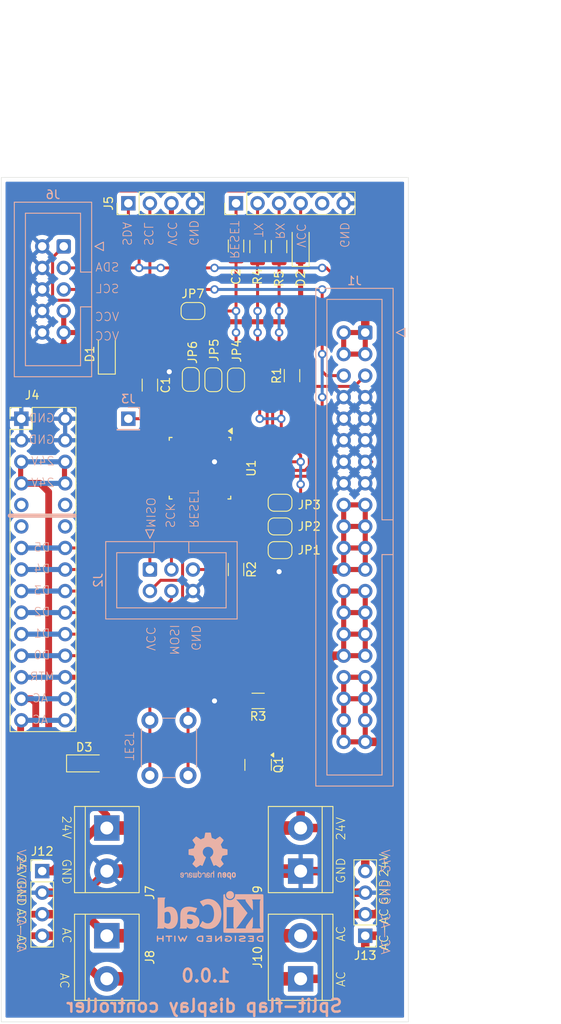
<source format=kicad_pcb>
(kicad_pcb (version 20240108) (generator "pcbnew") (generator_version "8.0")
  (title_block (title "Split-flap display controller") (date "2025-08-29") (rev "1.0.0"))
  (layers (0 "F.Cu" signal) (31 "B.Cu" signal) (34 "B.Paste" user) (35 "F.Paste" user) (36 "B.SilkS" user "B.Silkscreen") (37 "F.SilkS" user "F.Silkscreen") (38 "B.Mask" user) (39 "F.Mask" user) (44 "Edge.Cuts" user))
  (net 0 "")
  (net 1 "/RESET")
  (net 2 "VCC")
  (net 3 "24V")
  (net 4 "MOTOR_ON")
  (net 5 "VIN")
  (net 6 "GND")
  (net 7 "/RX")
  (net 8 "/TX")
  (net 9 "D4")
  (net 10 "D3")
  (net 11 "D5")
  (net 12 "Net-(J3-Pin_1)")
  (net 13 "SCL")
  (net 14 "RESET_EXT")
  (net 15 "SDA")
  (net 16 "D2")
  (net 17 "D1")
  (net 18 "AC_24V_B")
  (net 19 "D0")
  (net 20 "AC_24V_A")
  (net 21 "Net-(Q1-G)")
  (net 22 "/TXD")
  (net 23 "/RXD")
  (net 28 "/MISO")
  (net 29 "/MOSI")
  (net 30 "/SCK")
  (net 31 "/CFG0")
  (net 32 "/CFG1")
  (net 33 "/CFG2")
  (net 34 "/CFG3")
  (net 35 "/CFG4")
  (net 36 "/CFG5")
  (net 37 "/MOTOR")
  (net 38 "Net-(J11-Pin_1)")
  (net 39 "Net-(D2-A)")
  (footprint "TerminalBlock:TerminalBlock_bornier-2_P5.08mm" (layer "F.Cu") (at 152.4 139.7 90)
    (property "Reference" "J10")
    (property "Value" "AC_OUT")
  )
  (footprint "Resistor_SMD:R_1206_3216Metric_Pad1.30x1.75mm_HandSolder" (layer "F.Cu") (at 149.86 53.366 90)
    (property "Reference" "R5")
    (property "Value" "1K" (hide yes))
  )
  (footprint "Diode_SMD:D_SOD-123" (layer "F.Cu") (at 152.4 53.34 90)
    (property "Reference" "D2")
    (property "Value" "B5819W" (hide yes))
  )
  (footprint "TerminalBlock:TerminalBlock_bornier-2_P5.08mm" (layer "F.Cu") (at 129.54 121.92 -90)
    (property "Reference" "J7")
    (property "Value" "24V_IN")
  )
  (footprint "Diode_SMD:D_SOD-123" (layer "F.Cu") (at 129.54 66.04 90)
    (property "Reference" "D1")
    (property "Value" "B5819W")
  )
  (footprint "Jumper:SolderJumper-2_P1.3mm_Open_RoundedPad1.0x1.5mm" (layer "F.Cu") (at 144.78 69.088 90)
    (property "Reference" "JP4")
    (property "Value" "SolderJumper_2_Open" (hide yes))
  )
  (footprint "Connector_PinHeader_2.54mm:PinHeader_1x04_P2.54mm_Vertical" (layer "F.Cu") (at 121.92 127)
    (property "Reference" "J12")
    (property "Value" "PWR_IN")
  )
  (footprint "Capacitor_SMD:C_1206_3216Metric" (layer "F.Cu") (at 134.62 69.694 -90)
    (property "Reference" "C1")
    (property "Value" "100n")
  )
  (footprint "VictorLib:AEG_Split_Flap_15_PTH" (layer "F.Cu") (at 122.086 73.66)
    (property "Reference" "J4")
    (property "Value" "AEG_SPLIT_FLAP" (hide yes))
  )
  (footprint "Capacitor_SMD:C_1206_3216Metric" (layer "F.Cu") (at 144.78 53.291 90)
    (property "Reference" "C2")
    (property "Value" "100n" (hide yes))
  )
  (footprint "TerminalBlock:TerminalBlock_bornier-2_P5.08mm" (layer "F.Cu") (at 129.54 134.62 -90)
    (property "Reference" "J8")
    (property "Value" "AC_IN")
  )
  (footprint "Jumper:SolderJumper-2_P1.3mm_Open_RoundedPad1.0x1.5mm" (layer "F.Cu") (at 142.109054 69.066409 90)
    (property "Reference" "JP5")
    (property "Value" "SolderJumper_2_Open" (hide yes))
  )
  (footprint "Jumper:SolderJumper-2_P1.3mm_Open_RoundedPad1.0x1.5mm" (layer "F.Cu") (at 139.446 69.025 90)
    (property "Reference" "JP6")
    (property "Value" "SolderJumper_2_Open" (hide yes))
  )
  (footprint "Jumper:SolderJumper-2_P1.3mm_Open_RoundedPad1.0x1.5mm" (layer "F.Cu") (at 149.972 86.36)
    (property "Reference" "JP2")
    (property "Value" "SolderJumper_2_Open" (hide yes))
  )
  (footprint "Diode_SMD:D_SOD-123F" (layer "F.Cu") (at 127 114.3)
    (property "Reference" "D3")
    (property "Value" "SM4007PL")
  )
  (footprint "Package_QFP:TQFP-32_7x7mm_P0.8mm" (layer "F.Cu") (at 140.53 79.496 -90)
    (property "Reference" "U1")
    (property "Value" "ATMEGA328P-A")
  )
  (footprint "Jumper:SolderJumper-2_P1.3mm_Open_RoundedPad1.0x1.5mm" (layer "F.Cu") (at 149.972 89.154)
    (property "Reference" "JP1")
    (property "Value" "SolderJumper_2_Open" (hide yes))
  )
  (footprint "Resistor_SMD:R_1206_3216Metric_Pad1.30x1.75mm_HandSolder" (layer "F.Cu") (at 151.384 68.58 90)
    (property "Reference" "R1")
    (property "Value" "100K")
  )
  (footprint "Resistor_SMD:R_1206_3216Metric_Pad1.30x1.75mm_HandSolder" (layer "F.Cu") (at 147.386 106.934 180)
    (property "Reference" "R3")
    (property "Value" "10K")
  )
  (footprint "Jumper:SolderJumper-2_P1.3mm_Open_RoundedPad1.0x1.5mm" (layer "F.Cu") (at 149.972 83.566)
    (property "Reference" "JP3")
    (property "Value" "SolderJumper_2_Open" (hide yes))
  )
  (footprint "TerminalBlock:TerminalBlock_bornier-2_P5.08mm" (layer "F.Cu") (at 152.4 127 90)
    (property "Reference" "J9")
    (property "Value" "24V_OUT")
  )
  (footprint "Connector_PinHeader_2.54mm:PinHeader_1x04_P2.54mm_Vertical" (layer "F.Cu") (at 160.02 134.62 180)
    (property "Reference" "J13")
    (property "Value" "PWR_OUT")
  )
  (footprint "Resistor_SMD:R_1206_3216Metric_Pad1.30x1.75mm_HandSolder" (layer "F.Cu") (at 147.32 53.366 90)
    (property "Reference" "R4")
    (property "Value" "1K" (hide yes))
  )
  (footprint "Package_TO_SOT_SMD:SOT-23" (layer "F.Cu") (at 147.386 114.4755 -90)
    (property "Reference" "Q1")
    (property "Value" "AO3400A")
  )
  (footprint "Connector_PinHeader_2.54mm:PinHeader_1x06_P2.54mm_Vertical" (layer "F.Cu") (at 144.78 48.26 90)
    (property "Reference" "J11" (hide yes))
    (property "Value" "UART TTL")
  )
  (footprint "Resistor_SMD:R_1206_3216Metric_Pad1.30x1.75mm_HandSolder" (layer "F.Cu") (at 144.78 91.44 -90)
    (property "Reference" "R2")
    (property "Value" "1K")
  )
  (footprint "Connector_PinHeader_2.54mm:PinHeader_1x04_P2.54mm_Vertical" (layer "F.Cu") (at 132.08 48.26 90)
    (property "Reference" "J5")
    (property "Value" "I2C")
  )
  (footprint "Jumper:SolderJumper-2_P1.3mm_Open_RoundedPad1.0x1.5mm" (layer "F.Cu") (at 139.7 60.96)
    (property "Reference" "JP7")
    (property "Value" "SolderJumper_2_Open" (hide yes))
  )
  (footprint "Connector_IDC:IDC-Header_2x03_P2.54mm_Vertical" (layer "B.Cu") (at 134.62 91.44 -90)
    (property "Reference" "J2")
    (property "Value" "AVR-ISP-6" (hide yes))
  )
  (footprint "Connector_IDC:IDC-Header_2x20_P2.54mm_Vertical" (layer "B.Cu") (at 160.02 63.5 180)
    (property "Reference" "J1")
    (property "Value" "IDC-40" (hide yes))
  )
  (footprint "Connector_PinHeader_2.54mm:PinHeader_1x01_P2.54mm_Vertical" (layer "B.Cu") (at 132.08 73.66 180)
    (property "Reference" "J3")
    (property "Value" "OSC")
  )
  (footprint "Connector_IDC:IDC-Header_2x05_P2.54mm_Vertical" (layer "B.Cu") (at 124.46 53.34 180)
    (property "Reference" "J6")
    (property "Value" "I2C_IDC" (hide yes))
  )
  (footprint "Symbol:OSHW-Logo2_7.3x6mm_SilkScreen" (layer "B.Cu") (at 141.478 125.222 180)
    (property "Reference" "REF**" (hide yes))
    (property "Value" "OSHW-Logo2_7.3x6mm_SilkScreen" (hide yes))
  )
  (footprint "Symbol:KiCad-Logo2_5mm_SilkScreen" (layer "B.Cu") (at 141.732 132.334 180)
    (property "Reference" "REF**" (hide yes))
    (property "Value" "KiCad-Logo2_5mm_SilkScreen" (hide yes))
  )
  (footprint "Button_Switch_THT:SW_PUSH_6mm_H4.3mm" (layer "B.Cu") (at 139.12 115.72 90)
    (property "Reference" "SW1" (hide yes))
    (property "Value" "test")
  )
  (gr_line (start 118.11 85.09) (end 125.73 85.09) (stroke (width 0.5)) (layer "B.SilkS"))
  (gr_rect (start 117.094 45.212) (end 165.1 144.78) (stroke (width 0.05)) (fill none) (layer "Edge.Cuts"))
  (gr_text "MTR" (at 123.444 104.648 0) (layer "B.SilkS") (effects (font (size 1 1) (thickness 0.1)) (justify left bottom mirror)))
  (gr_text "RESET" (at 143.98 54.891 270) (layer "B.SilkS") (effects (font (size 1 1) (thickness 0.1)) (justify left bottom mirror)))
  (gr_text "24V" (at 123.444 79.248 0) (layer "B.SilkS") (effects (font (size 1 1) (thickness 0.1)) (justify left bottom mirror)))
  (gr_text "SCL" (at 131.064 58.928 0) (layer "B.SilkS") (effects (font (size 1 1) (thickness 0.1)) (justify left bottom mirror)))
  (gr_text "VCC" (at 134.112 101.092 270) (layer "B.SilkS") (effects (font (size 1 1) (thickness 0.1)) (justify left bottom mirror)))
  (gr_text "GND" (at 156.972 53.594 270) (layer "B.SilkS") (effects (font (size 1 1) (thickness 0.1)) (justify left bottom mirror)))
  (gr_text "24V" (at 123.444 81.788 0) (layer "B.SilkS") (effects (font (size 1 1) (thickness 0.1)) (justify left bottom mirror)))
  (gr_text "D2" (at 122.936 97.028 0) (layer "B.SilkS") (effects (font (size 1 1) (thickness 0.1)) (justify left bottom mirror)))
  (gr_text "D5" (at 122.936 89.408 0) (layer "B.SilkS") (effects (font (size 1 1) (thickness 0.1)) (justify left bottom mirror)))
  (gr_text "${REVISION}" (at 144.272 140.208 -0) (layer "B.SilkS") (effects (font (size 1.5 1.5) (thickness 0.3) (bold yes)) (justify left bottom mirror)))
  (gr_text "SCK" (at 136.398 86.614 270) (layer "B.SilkS") (effects (font (size 1 1) (thickness 0.1)) (justify left bottom mirror)))
  (gr_text "GND" (at 161.82 131.086 270) (layer "B.SilkS") (effects (font (size 1 1) (thickness 0.1)) (justify left bottom mirror)))
  (gr_text "AC-AC" (at 161.798 136.906 270) (layer "B.SilkS") (effects (font (size 1 1) (thickness 0.1)) (justify left bottom mirror)))
  (gr_text "AC" (at 122.682 107.188 0) (layer "B.SilkS") (effects (font (size 1 1) (thickness 0.1)) (justify left bottom mirror)))
  (gr_text "AC-AC" (at 118.872 136.652 270) (layer "B.SilkS") (effects (font (size 1 1) (thickness 0.1)) (justify left bottom mirror)))
  (gr_text "SDA" (at 131.318 53.34 270) (layer "B.SilkS") (effects (font (size 1 1) (thickness 0.1)) (justify left bottom mirror)))
  (gr_text "SCL" (at 133.858 53.34 270) (layer "B.SilkS") (effects (font (size 1 1) (thickness 0.1)) (justify left bottom mirror)))
  (gr_text "GND" (at 139.446 101.092 270) (layer "B.SilkS") (effects (font (size 1 1) (thickness 0.1)) (justify left bottom mirror)))
  (gr_text "D0\n" (at 122.936 102.108 0) (layer "B.SilkS") (effects (font (size 1 1) (thickness 0.1)) (justify left bottom mirror)))
  (gr_text "MOSI" (at 136.906 101.6 270) (layer "B.SilkS") (effects (font (size 1 1) (thickness 0.1)) (justify left bottom mirror)))
  (gr_text "VCC" (at 136.652 53.34 270) (layer "B.SilkS") (effects (font (size 1 1) (thickness 0.1)) (justify left bottom mirror)))
  (gr_text "D1" (at 122.936 99.568 0) (layer "B.SilkS") (effects (font (size 1 1) (thickness 0.1)) (justify left bottom mirror)))
  (gr_text "${TITLE}" (at 157.48 143.764 -0) (layer "B.SilkS") (effects (font (size 1.5 1.5) (thickness 0.3) (bold yes)) (justify left bottom mirror)))
  (gr_text "AC" (at 122.682 109.728 0) (layer "B.SilkS") (effects (font (size 1 1) (thickness 0.1)) (justify left bottom mirror)))
  (gr_text "24V" (at 118.872 127.254 270) (layer "B.SilkS") (effects (font (size 1 1) (thickness 0.1)) (justify left bottom mirror)))
  (gr_text "TEST" (at 131.572 114.046 -90) (layer "B.SilkS") (effects (font (size 1 1) (thickness 0.1)) (justify left bottom mirror)))
  (gr_text "D4" (at 122.936 91.948 0) (layer "B.SilkS") (effects (font (size 1 1) (thickness 0.1)) (justify left bottom mirror)))
  (gr_text "TX" (at 146.812 52.324 270) (layer "B.SilkS") (effects (font (size 1 1) (thickness 0.1)) (justify left bottom mirror)))
  (gr_text "GND" (at 123.444 76.708 0) (layer "B.SilkS") (effects (font (size 1 1) (thickness 0.1)) (justify left bottom mirror)))
  (gr_text "VCC" (at 151.85 53.562 270) (layer "B.SilkS") (effects (font (size 1 1) (thickness 0.1)) (justify left bottom mirror)))
  (gr_text "GND" (at 139.192 53.34 270) (layer "B.SilkS") (effects (font (size 1 1) (thickness 0.1)) (justify left bottom mirror)))
  (gr_text "24V" (at 161.798 127.254 270) (layer "B.SilkS") (effects (font (size 1 1) (thickness 0.1)) (justify left bottom mirror)))
  (gr_text "RX" (at 149.352 52.578 270) (layer "B.SilkS") (effects (font (size 1 1) (thickness 0.1)) (justify left bottom mirror)))
  (gr_text "VCC" (at 131.064 62.23 0) (layer "B.SilkS") (effects (font (size 1 1) (thickness 0.1)) (justify left bottom mirror)))
  (gr_text "RESET" (at 139.192 86.614 270) (layer "B.SilkS") (effects (font (size 1 1) (thickness 0.1)) (justify left bottom mirror)))
  (gr_text "SDA" (at 131.064 56.388 0) (layer "B.SilkS") (effects (font (size 1 1) (thickness 0.1)) (justify left bottom mirror)))
  (gr_text "D3" (at 122.936 94.488 0) (layer "B.SilkS") (effects (font (size 1 1) (thickness 0.1)) (justify left bottom mirror)))
  (gr_text "GND" (at 123.444 74.168 0) (layer "B.SilkS") (effects (font (size 1 1) (thickness 0.1)) (justify left bottom mirror)))
  (gr_text "MISO" (at 134.112 86.614 270) (layer "B.SilkS") (effects (font (size 1 1) (thickness 0.1)) (justify left bottom mirror)))
  (gr_text "VCC" (at 131.064 64.516 0) (layer "B.SilkS") (effects (font (size 1 1) (thickness 0.1)) (justify left bottom mirror)))
  (gr_text "GND" (at 118.872 130.81 270) (layer "B.SilkS") (effects (font (size 1 1) (thickness 0.1)) (justify left bottom mirror)))
  (gr_text "AC-AC" (at 162.814 136.398 90) (layer "F.SilkS") (effects (font (size 1 1) (thickness 0.1)) (justify left bottom)))
  (gr_text "GND" (at 157.734 128.524 90) (layer "F.SilkS") (effects (font (size 1 1) (thickness 0.1)) (justify left bottom)))
  (gr_text "AC" (at 157.734 135.382 90) (layer "F.SilkS") (effects (font (size 1 1) (thickness 0.1)) (justify left bottom)))
  (gr_text "GND" (at 124.206 125.476 270) (layer "F.SilkS") (effects (font (size 1 1) (thickness 0.1)) (justify left bottom)))
  (gr_text "AC-AC" (at 118.872 131.318 270) (layer "F.SilkS") (effects (font (size 1 1) (thickness 0.1)) (justify left bottom)))
  (gr_text "GND" (at 162.814 131.064 90) (layer "F.SilkS") (effects (font (size 1 1) (thickness 0.1)) (justify left bottom)))
  (gr_text "24V" (at 118.872 124.968 -90) (layer "F.SilkS") (effects (font (size 1 1) (thickness 0.1)) (justify left bottom)))
  (gr_text "AC" (at 124.206 133.604 270) (layer "F.SilkS") (effects (font (size 1 1) (thickness 0.1)) (justify left bottom)))
  (gr_text "AC" (at 157.734 140.716 90) (layer "F.SilkS") (effects (font (size 1 1) (thickness 0.1)) (justify left bottom)))
  (gr_text "24V" (at 162.814 127.762 90) (layer "F.SilkS") (effects (font (size 1 1) (thickness 0.1)) (justify left bottom)))
  (gr_text "24V" (at 124.206 120.396 -90) (layer "F.SilkS") (effects (font (size 1 1) (thickness 0.1)) (justify left bottom)))
  (gr_text "GND" (at 118.872 128.016 270) (layer "F.SilkS") (effects (font (size 1 1) (thickness 0.1)) (justify left bottom)))
  (gr_text "AC" (at 123.952 138.938 270) (layer "F.SilkS") (effects (font (size 1 1) (thickness 0.1)) (justify left bottom)))
  (gr_text "24V" (at 157.734 123.444 90) (layer "F.SilkS") (effects (font (size 1 1) (thickness 0.1)) (justify left bottom)))
  (segment (start 150.114 72.644) (end 151.384 71.374) (width 0.35) (layer "F.Cu") (net 1))
  (segment (start 150.114 73.66) (end 150.114 72.644) (width 0.35) (layer "F.Cu") (net 1))
  (segment (start 148.59 92.964) (end 151.384 92.964) (width 0.35) (layer "F.Cu") (net 1))
  (segment (start 144.78 54.766) (end 144.78 60.96) (width 0.35) (layer "F.Cu") (net 1))
  (segment (start 140.35 60.96) (end 144.78 60.96) (width 0.35) (layer "F.Cu") (net 1))
  (segment (start 144.78 63.5) (end 144.78 65.278) (width 0.35) (layer "F.Cu") (net 1))
  (segment (start 149.25 79.096) (end 144.894 79.096) (width 0.35) (layer "F.Cu") (net 1))
  (segment (start 150.114 75.692) (end 152.4 77.978) (width 0.35) (layer "F.Cu") (net 1))
  (segment (start 151.384 92.964) (end 152.4 91.948) (width 0.35) (layer "F.Cu") (net 1))
  (segment (start 150.114 73.66) (end 150.114 75.692) (width 0.35) (layer "F.Cu") (net 1))
  (segment (start 147.574 68.072) (end 147.574 73.66) (width 0.35) (layer "F.Cu") (net 1))
  (segment (start 147.066 91.44) (end 148.59 92.964) (width 0.35) (layer "F.Cu") (net 1))
  (segment (start 144.78 65.278) (end 147.574 68.072) (width 0.35) (layer "F.Cu") (net 1))
  (segment (start 149.606 78.74) (end 149.25 79.096) (width 0.35) (layer "F.Cu") (net 1))
  (segment (start 152.4 91.948) (end 152.4 81.393) (width 0.35) (layer "F.Cu") (net 1))
  (segment (start 139.7 91.44) (end 147.066 91.44) (width 0.35) (layer "F.Cu") (net 1))
  (segment (start 152.4 77.978) (end 152.4 78.74) (width 0.35) (layer "F.Cu") (net 1))
  (segment (start 152.4 78.74) (end 149.606 78.74) (width 0.35) (layer "F.Cu") (net 1))
  (segment (start 151.384 71.374) (end 151.384 70.13) (width 0.35) (layer "F.Cu") (net 1))
  (via (at 150.114 73.66) (size 1) (drill 0.6) (layers "F.Cu" "B.Cu") (net 1))
  (via (at 144.78 63.5) (size 1) (drill 0.6) (layers "F.Cu" "B.Cu") (net 1))
  (via (at 147.574 73.66) (size 1) (drill 0.6) (layers "F.Cu" "B.Cu") (net 1))
  (via (at 144.78 60.96) (size 1) (drill 0.6) (layers "F.Cu" "B.Cu") (net 1))
  (via (at 152.4 78.74) (size 1) (drill 0.6) (layers "F.Cu" "B.Cu") (net 1))
  (via (at 152.4 81.393) (size 1) (drill 0.6) (layers "F.Cu" "B.Cu") (net 1))
  (segment (start 147.574 73.66) (end 150.114 73.66) (width 0.35) (layer "B.Cu") (net 1))
  (segment (start 152.4 78.74) (end 152.4 81.393) (width 0.35) (layer "B.Cu") (net 1))
  (segment (start 144.78 60.96) (end 144.78 63.5) (width 0.35) (layer "B.Cu") (net 1))
  (segment (start 139.37 73.66) (end 140.5255 73.66) (width 0.6) (layer "F.Cu") (net 2))
  (segment (start 140.97 74.1045) (end 140.97 75.32) (width 0.35) (layer "F.Cu") (net 2))
  (segment (start 151.384 62.23) (end 144.018 62.23) (width 0.6) (layer "F.Cu") (net 2))
  (segment (start 132.08 65.532) (end 132.08 71.169) (width 0.6) (layer "F.Cu") (net 2))
  (segment (start 134.62 105.156) (end 138.475294 101.300706) (width 0.35) (layer "F.Cu") (net 2))
  (segment (start 152.4 54.102) (end 152.4 61.214) (width 0.6) (layer "F.Cu") (net 2))
  (segment (start 138.475294 101.300706) (end 138.475294 92.156706) (width 0.35) (layer "F.Cu") (net 2))
  (segment (start 134.62 93.98) (end 135.89 92.71) (width 0.35) (layer "F.Cu") (net 2))
  (segment (start 138.53 81.828) (end 139.37 80.988) (width 0.35) (layer "F.Cu") (net 2))
  (segment (start 151.638 53.34) (end 152.4 54.102) (width 0.6) (layer "F.Cu") (net 2))
  (segment (start 139.37 80.988) (end 139.37 73.66) (width 0.35) (layer "F.Cu") (net 2))
  (segment (start 138.475294 83.800706) (end 138.53 83.746) (width 0.35) (layer "F.Cu") (net 2))
  (segment (start 138.475294 92.156706) (end 138.475294 83.800706) (width 0.35) (layer "F.Cu") (net 2))
  (segment (start 134.62 115.72) (end 134.62 105.156) (width 0.35) (layer "F.Cu") (net 2))
  (segment (start 133.604 64.008) (end 132.08 65.532) (width 0.6) (layer "F.Cu") (net 2))
  (segment (start 138.53 83.746) (end 138.53 81.828) (width 0.35) (layer "F.Cu") (net 2))
  (segment (start 135.89 92.71) (end 138.475294 92.71) (width 0.35) (layer "F.Cu") (net 2))
  (segment (start 136.906 71.12) (end 139.37 73.584) (width 0.6) (layer "F.Cu") (net 2))
  (segment (start 152.4 61.214) (end 151.384 62.23) (width 0.6) (layer "F.Cu") (net 2))
  (segment (start 137.16 48.26) (end 137.16 52.578) (width 0.6) (layer "F.Cu") (net 2))
  (segment (start 134.62 71.12) (end 136.906 71.12) (width 0.6) (layer "F.Cu") (net 2))
  (segment (start 140.5255 73.66) (end 140.97 74.1045) (width 0.35) (layer "F.Cu") (net 2))
  (segment (start 130.605 71.169) (end 129.54 70.104) (width 0.6) (layer "F.Cu") (net 2))
  (segment (start 142.24 64.008) (end 133.604 64.008) (width 0.6) (layer "F.Cu") (net 2))
  (segment (start 151.384 67.03) (end 151.384 62.23) (width 0.35) (layer "F.Cu") (net 2))
  (segment (start 137.922 53.34) (end 151.638 53.34) (width 0.6) (layer "F.Cu") (net 2))
  (segment (start 129.54 70.104) (end 129.54 67.69) (width 0.6) (layer "F.Cu") (net 2))
  (segment (start 137.16 52.578) (end 137.922 53.34) (width 0.6) (layer "F.Cu") (net 2))
  (segment (start 134.62 71.169) (end 130.605 71.169) (width 0.6) (layer "F.Cu") (net 2))
  (segment (start 144.018 62.23) (end 142.24 64.008) (width 0.6) (layer "F.Cu") (net 2))
  (segment (start 139.37 73.584) (end 139.37 73.66) (width 0.6) (layer "F.Cu") (net 2))
  (segment (start 121.92 127) (end 123.19 127) (width 1) (layer "F.Cu") (net 3))
  (segment (start 128.27 121.92) (end 129.54 121.92) (width 1) (layer "F.Cu") (net 3))
  (segment (start 122.682 117.348) (end 123.698 118.364) (width 0.8) (layer "F.Cu") (net 3))
  (segment (start 160.02 91.44) (end 160.02 83.82) (width 0.6) (layer "F.Cu") (net 3))
  (segment (start 122.682 114.554) (end 122.682 117.348) (width 0.8) (layer "F.Cu") (net 3))
  (segment (start 121.666 81.28) (end 119.38 81.28) (width 0.8) (layer "F.Cu") (net 3))
  (segment (start 157.48 83.82) (end 157.48 91.44) (width 0.6) (layer "F.Cu") (net 3))
  (segment (start 157.48 83.82) (end 160.02 83.82) (width 0.6) (layer "F.Cu") (net 3))
  (segment (start 157.48 91.44) (end 155.956 91.44) (width 1) (layer "F.Cu") (net 3))
  (segment (start 157.734 86.36) (end 160.274 86.36) (width 0.6) (layer "F.Cu") (net 3))
  (segment (start 157.48 91.44) (end 160.02 91.44) (width 0.6) (layer "F.Cu") (net 3))
  (segment (start 152.4 94.996) (end 152.4 121.92) (width 1) (layer "F.Cu") (net 3))
  (segment (start 156.972 121.92) (end 160.02 124.968) (width 1) (layer "F.Cu") (net 3))
  (segment (start 123.698 118.364) (end 127.508 118.364) (width 0.8) (layer "F.Cu") (net 3))
  (segment (start 152.4 121.92) (end 156.972 121.92) (width 1) (layer "F.Cu") (net 3))
  (segment (start 123.19 127) (end 128.27 121.92) (width 1) (layer "F.Cu") (net 3))
  (segment (start 157.48 88.9) (end 160.02 88.9) (width 0.6) (layer "F.Cu") (net 3))
  (segment (start 122.682 114.554) (end 122.936 114.3) (width 0.6) (layer "F.Cu") (net 3))
  (segment (start 122.682 82.296) (end 121.666 81.28) (width 0.8) (layer "F.Cu") (net 3))
  (segment (start 122.936 114.3) (end 125.35 114.3) (width 0.5) (layer "F.Cu") (net 3))
  (segment (start 155.956 91.44) (end 152.4 94.996) (width 1) (layer "F.Cu") (net 3))
  (segment (start 152.4 121.92) (end 152.146 121.666) (width 1) (layer "F.Cu") (net 3))
  (segment (start 127.508 118.364) (end 129.54 120.396) (width 0.8) (layer "F.Cu") (net 3))
  (segment (start 129.54 120.396) (end 129.54 121.92) (width 0.8) (layer "F.Cu") (net 3))
  (segment (start 160.02 124.968) (end 160.02 127) (width 1) (layer "F.Cu") (net 3))
  (segment (start 119.38 78.74) (end 119.38 81.28) (width 0.6) (layer "F.Cu") (net 3))
  (segment (start 152.4 121.92) (end 129.54 121.92) (width 1.6) (layer "F.Cu") (net 3))
  (segment (start 122.682 114.554) (end 122.682 82.296) (width 0.8) (layer "F.Cu") (net 3))
  (segment (start 124.548 78.74) (end 124.548 81.28) (width 0.6) (layer "F.Cu") (net 3))
  (segment (start 119.38 78.74) (end 124.548 78.74) (width 0.6) (layer "B.Cu") (net 3))
  (segment (start 124.548 81.28) (end 119.38 81.28) (width 0.6) (layer "B.Cu") (net 3))
  (segment (start 128.65 114.3) (end 130.556 114.3) (width 0.5) (layer "F.Cu") (net 4))
  (segment (start 147.386 118.044) (end 146.304 119.126) (width 0.6) (layer "F.Cu") (net 4))
  (segment (start 129.54 104.14) (end 126.746 104.14) (width 0.6) (layer "F.Cu") (net 4))
  (segment (start 133.096 119.126) (end 130.556 116.586) (width 0.6) (layer "F.Cu") (net 4))
  (segment (start 147.386 115.413) (end 147.386 118.044) (width 0.6) (layer "F.Cu") (net 4))
  (segment (start 146.304 119.126) (end 133.096 119.126) (width 0.6) (layer "F.Cu") (net 4))
  (segment (start 124.548 104.14) (end 126.746 104.14) (width 0.6) (layer "F.Cu") (net 4))
  (segment (start 130.556 105.156) (end 129.54 104.14) (width 0.6) (layer "F.Cu") (net 4))
  (segment (start 130.556 116.586) (end 130.556 114.3) (width 0.6) (layer "F.Cu") (net 4))
  (segment (start 130.556 114.3) (end 130.556 105.156) (width 0.6) (layer "F.Cu") (net 4))
  (segment (start 119.38 104.14) (end 124.548 104.14) (width 0.6) (layer "B.Cu") (net 4))
  (segment (start 160.02 63.5) (end 160.02 66.04) (width 0.6) (layer "F.Cu") (net 5))
  (segment (start 120.142 65.786) (end 123.698 65.786) (width 1) (layer "F.Cu") (net 5))
  (segment (start 157.48 63.5) (end 160.02 63.5) (width 0.6) (layer "F.Cu") (net 5))
  (segment (start 129.54 64.39) (end 129.54 64.008) (width 0.6) (layer "F.Cu") (net 5))
  (segment (start 123.698 65.786) (end 124.46 65.024) (width 1) (layer "F.Cu") (net 5))
  (segment (start 157.48 66.04) (end 160.02 66.04) (width 0.6) (layer "F.Cu") (net 5))
  (segment (start 160.02 63.5) (end 160.02 47.752) (width 1) (layer "F.Cu") (net 5))
  (segment (start 157.48 63.5) (end 157.48 66.04) (width 0.6) (layer "F.Cu") (net 5))
  (segment (start 129.54 64.008) (end 129.032 63.5) (width 0.6) (layer "F.Cu") (net 5))
  (segment (start 129.032 63.5) (end 124.46 63.5) (width 0.6) (layer "F.Cu") (net 5))
  (segment (start 124.46 63.5) (end 124.46 65.024) (width 0.6) (layer "F.Cu") (net 5))
  (segment (start 160.02 47.752) (end 158.75 46.482) (width 1) (layer "F.Cu") (net 5))
  (segment (start 125.222 46.482) (end 119.38 52.324) (width 1) (layer "F.Cu") (net 5))
  (segment (start 158.75 46.482) (end 125.222 46.482) (width 1) (layer "F.Cu") (net 5))
  (segment (start 124.46 63.5) (end 124.46 60.96) (width 0.6) (layer "F.Cu") (net 5))
  (segment (start 119.38 52.324) (end 119.38 65.024) (width 1) (layer "F.Cu") (net 5))
  (segment (start 119.38 65.024) (end 120.142 65.786) (width 1) (layer "F.Cu") (net 5))
  (segment (start 160.274 79.248) (end 159.766 79.248) (width 0.35) (layer "F.Cu") (net 6))
  (segment (start 152.4 127) (end 154.559 127) (width 1) (layer "F.Cu") (net 6))
  (segment (start 140.97 83.82) (end 140.97 82.042) (width 0.35) (layer "F.Cu") (net 6))
  (segment (start 146.436 111.892) (end 145.836 111.292) (width 0.6) (layer "F.Cu") (net 6))
  (segment (start 142.24 78.74) (end 142.24 77.724) (width 0.35) (layer "F.Cu") (net 6))
  (segment (start 145.836 106.934) (end 142.24 106.934) (width 0.6) (layer "F.Cu") (net 6))
  (segment (start 138.684 66.548) (end 139.7 66.548) (width 0.35) (layer "F.Cu") (net 6))
  (segment (start 141.986 66.548) (end 144.272 66.548) (width 0.35) (layer "F.Cu") (net 6))
  (segment (start 146.436 113.538) (end 146.436 111.892) (width 0.6) (layer "F.Cu") (net 6))
  (segment (start 137.013 68.219) (end 138.684 66.548) (width 0.35) (layer "F.Cu") (net 6))
  (segment (start 142.109054 66.671054) (end 141.986 66.548) (width 0.35) (layer "F.Cu") (net 6))
  (segment (start 150.398 91.156) (end 149.86 91.694) (width 0.35) (layer "F.Cu") (net 6))
  (segment (start 144.272 66.548) (end 144.95257 67.22857) (width 0.35) (layer "F.Cu") (net 6))
  (segment (start 144.95257 67.22857) (end 144.95257 68.30733) (width 0.35) (layer "F.Cu") (net 6))
  (segment (start 142.109054 68.416409) (end 142.109054 66.671054) (width 0.35) (layer "F.Cu") (net 6))
  (segment (start 157.099 129.54) (end 160.02 129.54) (width 1) (layer "F.Cu") (net 6))
  (segment (start 160.274 79.248) (end 160.782 78.74) (width 0.35) (layer "F.Cu") (net 6))
  (segment (start 150.398 83.82) (end 150.398 91.156) (width 0.35) (layer "F.Cu") (net 6))
  (segment (start 154.559 127) (end 157.099 129.54) (width 1) (layer "F.Cu") (net 6))
  (segment (start 139.7 66.548) (end 141.986 66.548) (width 0.35) (layer "F.Cu") (net 6))
  (segment (start 139.446 68.375) (end 139.446 66.802) (width 0.35) (layer "F.Cu") (net 6))
  (segment (start 142.4155 107.1095) (end 142.24 106.934) (width 0.6) (layer "F.Cu") (net 6))
  (segment (start 142.24 80.772) (end 142.24 78.74) (width 0.35) (layer "F.Cu") (net 6))
  (segment (start 139.29457 68.37733) (end 139.13624 68.219) (width 0.35) (layer "F.Cu") (net 6))
  (segment (start 121.92 129.54) (end 127 129.54) (width 1) (layer "F.Cu") (net 6))
  (segment (start 141.77 77.254) (end 141.77 75.32) (width 0.35) (layer "F.Cu") (net 6))
  (segment (start 142.24 78.74) (end 140.716 78.74) (width 0.35) (layer "F.Cu") (net 6))
  (segment (start 140.716 78.74) (end 140.17 78.194) (width 0.35) (layer "F.Cu") (net 6))
  (segment (start 129.54 127) (end 152.4 127) (width 1.6) (layer "F.Cu") (net 6))
  (segment (start 140.97 82.042) (end 142.24 80.772) (width 0.35) (layer "F.Cu") (net 6))
  (segment (start 145.836 111.292) (end 145.836 106.934) (width 0.6) (layer "F.Cu") (net 6))
  (segment (start 140.17 78.194) (end 140.17 75.32) (width 0.35) (layer "F.Cu") (net 6))
  (segment (start 127 129.54) (end 129.54 127) (width 1) (layer "F.Cu") (net 6))
  (segment (start 142.24 77.724) (end 141.77 77.254) (width 0.35) (layer "F.Cu") (net 6))
  (segment (start 134.62 68.219) (end 137.013 68.219) (width 0.35) (layer "F.Cu") (net 6))
  (via (at 136.906 68.121) (size 1) (drill 0.6) (layers "F.Cu" "B.Cu") (net 6))
  (via (at 142.24 106.934) (size 1) (drill 0.6) (layers "F.Cu" "B.Cu") (net 6))
  (via (at 142.24 78.74) (size 1) (drill 0.6) (layers "F.Cu" "B.Cu") (net 6))
  (via (at 149.86 91.694) (size 1) (drill 0.6) (layers "F.Cu" "B.Cu") (net 6))
  (segment (start 149.86 48.26) (end 149.86 51.816) (width 0.35) (layer "F.Cu") (net 7))
  (segment (start 147.32 48.26) (end 147.32 51.816) (width 0.35) (layer "F.Cu") (net 8))
  (segment (start 136.246 77.496) (end 131.292 77.496) (width 0.35) (layer "F.Cu") (net 9))
  (segment (start 127.254 91.44) (end 124.548 91.44) (width 0.35) (layer "F.Cu") (net 9))
  (segment (start 131.292 77.496) (end 128.016 80.772) (width 0.35) (layer "F.Cu") (net 9))
  (segment (start 128.016 90.678) (end 127.254 91.44) (width 0.35) (layer "F.Cu") (net 9))
  (segment (start 128.016 80.772) (end 128.016 90.678) (width 0.35) (layer "F.Cu") (net 9))
  (segment (start 119.38 91.44) (end 124.548 91.44) (width 0.6) (layer "B.Cu") (net 9))
  (segment (start 129.032 92.71) (end 127.762 93.98) (width 0.35) (layer "F.Cu") (net 10))
  (segment (start 127.762 93.98) (end 124.548 93.98) (width 0.35) (layer "F.Cu") (net 10))
  (segment (start 132.27 78.296) (end 129.032 81.534) (width 0.35) (layer "F.Cu") (net 10))
  (segment (start 129.032 81.534) (end 129.032 92.71) (width 0.35) (layer "F.Cu") (net 10))
  (segment (start 136.246 78.296) (end 132.27 78.296) (width 0.35) (layer "F.Cu") (net 10))
  (segment (start 119.38 93.98) (end 124.548 93.98) (width 0.6) (layer "B.Cu") (net 10))
  (segment (start 130.048 76.708) (end 127 79.756) (width 0.35) (layer "F.Cu") (net 11))
  (segment (start 126.238 88.9) (end 124.548 88.9) (width 0.35) (layer "F.Cu") (net 11))
  (segment (start 127 88.138) (end 126.238 88.9) (width 0.35) (layer "F.Cu") (net 11))
  (segment (start 127 79.756) (end 127 88.138) (width 0.35) (layer "F.Cu") (net 11))
  (segment (start 136.268 76.708) (end 130.048 76.708) (width 0.35) (layer "F.Cu") (net 11))
  (segment (start 119.38 88.9) (end 124.548 88.9) (width 0.6) (layer "B.Cu") (net 11))
  (segment (start 137.935 73.66) (end 132.08 73.66) (width 0.35) (layer "F.Cu") (net 12))
  (segment (start 138.53 74.255) (end 137.935 73.66) (width 0.35) (layer "F.Cu") (net 12))
  (segment (start 138.53 75.246) (end 138.53 74.255) (width 0.35) (layer "F.Cu") (net 12))
  (segment (start 144.894 79.896) (end 145.008 80.01) (width 0.35) (layer "F.Cu") (net 13))
  (segment (start 153.416 62.484) (end 154.94 60.96) (width 0.35) (layer "F.Cu") (net 13))
  (segment (start 153.416 79.248) (end 153.416 69.85) (width 0.35) (layer "F.Cu") (net 13))
  (segment (start 124.46 58.42) (end 134.62 58.42) (width 0.35) (layer "F.Cu") (net 13))
  (segment (start 134.62 58.42) (end 134.62 48.26) (width 0.35) (layer "F.Cu") (net 13))
  (segment (start 149.336182 80.01) (end 149.590182 79.756) (width 0.35) (layer "F.Cu") (net 13))
  (segment (start 154.94 60.96) (end 154.94 58.42) (width 0.35) (layer "F.Cu") (net 13))
  (segment (start 145.008 80.01) (end 149.336182 80.01) (width 0.35) (layer "F.Cu") (net 13))
  (segment (start 160.02 68.58) (end 158.75 69.85) (width 0.35) (layer "F.Cu") (net 13))
  (segment (start 152.908 79.756) (end 153.416 79.248) (width 0.35) (layer "F.Cu") (net 13))
  (segment (start 134.62 58.42) (end 142.24 58.42) (width 0.35) (layer "F.Cu") (net 13))
  (segment (start 149.590182 79.756) (end 152.908 79.756) (width 0.35) (layer "F.Cu") (net 13))
  (segment (start 153.416 69.85) (end 153.416 62.484) (width 0.35) (layer "F.Cu") (net 13))
  (segment (start 158.75 69.85) (end 153.416 69.85) (width 0.35) (layer "F.Cu") (net 13))
  (via (at 142.24 58.42) (size 1) (drill 0.6) (layers "F.Cu" "B.Cu") (net 13))
  (via (at 154.94 58.42) (size 1) (drill 0.6) (layers "F.Cu" "B.Cu") (net 13))
  (segment (start 142.24 58.42) (end 154.94 58.42) (width 0.35) (layer "B.Cu") (net 13))
  (segment (start 123.444 59.69) (end 123.145 59.391) (width 0.35) (layer "F.Cu") (net 14))
  (segment (start 126.492 59.69) (end 123.444 59.69) (width 0.35) (layer "F.Cu") (net 14))
  (segment (start 127.762 60.96) (end 126.492 59.69) (width 0.35) (layer "F.Cu") (net 14))
  (segment (start 123.145 59.391) (end 123.145 54.655) (width 0.35) (layer "F.Cu") (net 14))
  (segment (start 123.145 54.655) (end 124.46 53.34) (width 0.35) (layer "F.Cu") (net 14))
  (segment (start 139.05 60.96) (end 127.762 60.96) (width 0.35) (layer "F.Cu") (net 14))
  (segment (start 142.24 55.88) (end 135.89 55.88) (width 0.35) (layer "F.Cu") (net 15))
  (segment (start 157.48 68.58) (end 155.448 68.58) (width 0.35) (layer "F.Cu") (net 15))
  (segment (start 133.35 55.88) (end 124.46 55.88) (width 0.35) (layer "F.Cu") (net 15))
  (segment (start 154.94 80.01) (end 154.504 80.446) (width 0.35) (layer "F.Cu") (net 15))
  (segment (start 154.94 68.072) (end 154.94 66.04) (width 0.35) (layer "F.Cu") (net 15))
  (segment (start 132.08 48.26) (end 132.08 51.308) (width 0.35) (layer "F.Cu") (net 15))
  (segment (start 155.448 68.58) (end 154.94 68.072) (width 0.35) (layer "F.Cu") (net 15))
  (segment (start 133.35 52.578) (end 133.35 55.88) (width 0.35) (layer "F.Cu") (net 15))
  (segment (start 132.08 51.308) (end 133.35 52.578) (width 0.35) (layer "F.Cu") (net 15))
  (segment (start 155.448 55.88) (end 156.21 56.642) (width 0.35) (layer "F.Cu") (net 15))
  (segment (start 156.21 56.642) (end 156.21 61.468) (width 0.35) (layer "F.Cu") (net 15))
  (segment (start 154.504 80.446) (end 149.678 80.446) (width 0.35) (layer "F.Cu") (net 15))
  (segment (start 149.428 80.696) (end 144.894 80.696) (width 0.35) (layer "F.Cu") (net 15))
  (segment (start 149.678 80.446) (end 149.428 80.696) (width 0.35) (layer "F.Cu") (net 15))
  (segment (start 156.21 61.468) (end 154.94 62.738) (width 0.35) (layer "F.Cu") (net 15))
  (segment (start 142.179 55.941) (end 142.24 55.88) (width 0.35) (layer "F.Cu") (net 15))
  (segment (start 154.94 62.738) (end 154.94 66.04) (width 0.35) (layer "F.Cu") (net 15))
  (segment (start 154.94 71.12) (end 154.94 80.01) (width 0.35) (layer "F.Cu") (net 15))
  (segment (start 154.94 55.88) (end 155.448 55.88) (width 0.35) (layer "F.Cu") (net 15))
  (via (at 154.94 71.12) (size 1) (drill 0.6) (layers "F.Cu" "B.Cu") (net 15))
  (via (at 154.94 55.88) (size 1) (drill 0.6) (layers "F.Cu" "B.Cu") (net 15))
  (via (at 142.24 55.88) (size 1) (drill 0.6) (layers "F.Cu" "B.Cu") (net 15))
  (via (at 133.35 55.88) (size 1) (drill 0.6) (layers "F.Cu" "B.Cu") (net 15))
  (via (at 154.94 66.04) (size 1) (drill 0.6) (layers "F.Cu" "B.Cu") (net 15))
  (via (at 135.89 55.88) (size 1) (drill 0.6) (layers "F.Cu" "B.Cu") (net 15))
  (segment (start 154.94 66.04) (end 154.94 71.12) (width 0.35) (layer "B.Cu") (net 15))
  (segment (start 154.94 55.88) (end 142.24 55.88) (width 0.35) (layer "B.Cu") (net 15))
  (segment (start 133.35 55.88) (end 135.89 55.88) (width 0.35) (layer "B.Cu") (net 15))
  (segment (start 128.27 96.52) (end 124.548 96.52) (width 0.35) (layer "F.Cu") (net 16))
  (segment (start 133.248 79.096) (end 130.048 82.296) (width 0.35) (layer "F.Cu") (net 16))
  (segment (start 130.048 94.742) (end 128.27 96.52) (width 0.35) (layer "F.Cu") (net 16))
  (segment (start 136.246 79.096) (end 133.248 79.096) (width 0.35) (layer "F.Cu") (net 16))
  (segment (start 130.048 82.296) (end 130.048 94.742) (width 0.35) (layer "F.Cu") (net 16))
  (segment (start 119.38 96.52) (end 124.548 96.52) (width 0.6) (layer "B.Cu") (net 16))
  (segment (start 131.064 82.804) (end 131.064 97.028) (width 0.35) (layer "F.Cu") (net 17))
  (segment (start 136.246 79.896) (end 133.972 79.896) (width 0.35) (layer "F.Cu") (net 17))
  (segment (start 129.032 99.06) (end 124.548 99.06) (width 0.35) (layer "F.Cu") (net 17))
  (segment (start 133.972 79.896) (end 131.064 82.804) (width 0.35) (layer "F.Cu") (net 17))
  (segment (start 131.064 97.028) (end 129.032 99.06) (width 0.35) (layer "F.Cu") (net 17))
  (segment (start 119.38 99.06) (end 124.548 99.06) (width 0.6) (layer "B.Cu") (net 17))
  (segment (start 121.92 134.62) (end 123.698 134.62) (width 1) (layer "F.Cu") (net 18))
  (segment (start 128.778 139.7) (end 129.54 139.7) (width 1) (layer "F.Cu") (net 18))
  (segment (start 160.02 111.76) (end 160.02 104.14) (width 0.6) (layer "F.Cu") (net 18))
  (segment (start 123.698 134.62) (end 128.778 139.7) (width 1) (layer "F.Cu") (net 18))
  (segment (start 163.576 133.858) (end 162.814 134.62) (width 1) (layer "F.Cu") (net 18))
  (segment (start 157.48 106.68) (end 160.02 106.68) (width 0.6) (layer "F.Cu") (net 18))
  (segment (start 160.02 111.76) (end 157.48 111.76) (width 0.6) (layer "F.Cu") (net 18))
  (segment (start 157.48 111.76) (end 157.48 104.14) (width 0.6) (layer "F.Cu") (net 18))
  (segment (start 163.83 113.792) (end 163.83 123.952) (width 1) (layer "F.Cu") (net 18))
  (segment (start 162.814 134.62) (end 160.02 134.62) (width 1) (layer "F.Cu") (net 18))
  (segment (start 161.798 111.76) (end 163.83 113.792) (width 1) (layer "F.Cu") (net 18))
  (segment (start 118.364 133.096) (end 118.364 113.284) (width 0.8) (layer "F.Cu") (net 18))
  (segment (start 121.92 134.62) (end 119.888 134.62) (width 0.8) (layer "F.Cu") (net 18))
  (segment (start 163.83 123.952) (end 163.83 133.858) (width 1) (layer "F.Cu") (net 18))
  (segment (start 156.972 139.7) (end 160.02 136.652) (width 1) (layer "F.Cu") (net 18))
  (segment (start 152.4 139.7) (end 129.54 139.7) (width 1.6) (layer "F.Cu") (net 18))
  (segment (start 119.888 134.62) (end 118.364 133.096) (width 0.8) (layer "F.Cu") (net 18))
  (segment (start 160.02 136.652) (end 160.02 134.62) (width 1) (layer "F.Cu") (net 18))
  (segment (start 118.364 113.284) (end 119.38 112.268) (width 0.8) (layer "F.Cu") (net 18))
  (segment (start 160.02 111.76) (end 161.798 111.76) (width 1) (layer "F.Cu") (net 18))
  (segment (start 160.274 106.68) (end 160.02 106.934) (width 1) (layer "F.Cu") (net 18))
  (segment (start 157.48 104.14) (end 160.02 104.14) (width 0.6) (layer "F.Cu") (net 18))
  (segment (start 152.4 139.7) (end 156.972 139.7) (width 1) (layer "F.Cu") (net 18))
  (segment (start 119.38 112.268) (end 119.38 109.22) (width 0.8) (layer "F.Cu") (net 18))
  (segment (start 157.48 104.14) (end 160.02 104.14) (width 0.6) (layer "F.Cu") (net 18))
  (segment (start 119.38 109.22) (end 124.548 109.22) (width 0.6) (layer "B.Cu") (net 18))
  (segment (start 134.442 80.696) (end 132.08 83.058) (width 0.35) (layer "F.Cu") (net 19))
  (segment (start 132.08 83.058) (end 132.08 99.568) (width 0.35) (layer "F.Cu") (net 19))
  (segment (start 132.08 99.568) (end 130.048 101.6) (width 0.35) (layer "F.Cu") (net 19))
  (segment (start 136.246 80.696) (end 134.442 80.696) (width 0.35) (layer "F.Cu") (net 19))
  (segment (start 130.048 101.6) (end 124.548 101.6) (width 0.35) (layer "F.Cu") (net 19))
  (segment (start 119.38 101.6) (end 124.548 101.6) (width 0.6) (layer "B.Cu") (net 19))
  (segment (start 119.634 131.318) (end 119.634 114.554) (width 0.8) (layer "F.Cu") (net 20))
  (segment (start 157.48 93.98) (end 160.02 93.98) (width 0.6) (layer "F.Cu") (net 20))
  (segment (start 156.21 101.6) (end 157.48 101.6) (width 1) (layer "F.Cu") (net 20))
  (segment (start 121.158 113.03) (end 121.158 107.188) (width 0.8) (layer "F.Cu") (net 20))
  (segment (start 161.925274 131.444726) (end 161.925274 120.523274) (width 1) (layer "F.Cu") (net 20))
  (segment (start 160.02 101.6) (end 160.02 93.98) (width 0.6) (layer "F.Cu") (net 20))
  (segment (start 157.48 99.06) (end 160.02 99.06) (width 0.6) (layer "F.Cu") (net 20))
  (segment (start 157.48 101.6) (end 160.02 101.6) (width 0.6) (layer "F.Cu") (net 20))
  (segment (start 161.925274 120.523274) (end 155.194 113.792) (width 1) (layer "F.Cu") (net 20))
  (segment (start 121.92 132.08) (end 127 132.08) (width 1) (layer "F.Cu") (net 20))
  (segment (start 161.29 132.08) (end 161.925274 131.444726) (width 1) (layer "F.Cu") (net 20))
  (segment (start 121.158 107.188) (end 120.65 106.68) (width 0.8) (layer "F.Cu") (net 20))
  (segment (start 157.48 96.52) (end 160.02 96.52) (width 0.6) (layer "F.Cu") (net 20))
  (segment (start 127 132.08) (end 129.54 134.62) (width 1) (layer "F.Cu") (net 20))
  (segment (start 157.48 93.98) (end 157.48 101.6) (width 0.6) (layer "F.Cu") (net 20))
  (segment (start 119.634 114.554) (end 121.158 113.03) (width 0.8) (layer "F.Cu") (net 20))
  (segment (start 157.226 132.08) (end 160.02 132.08) (width 1) (layer "F.Cu") (net 20))
  (segment (start 155.194 113.792) (end 155.194 102.616) (width 1) (layer "F.Cu") (net 20))
  (segment (start 154.686 134.62) (end 157.226 132.08) (width 1) (layer "F.Cu") (net 20))
  (segment (start 152.4 134.62) (end 129.54 134.62) (width 1.6) (layer "F.Cu") (net 20))
  (segment (start 152.4 134.62) (end 154.686 134.62) (width 1) (layer "F.Cu") (net 20))
  (segment (start 120.396 132.08) (end 119.634 131.318) (width 0.8) (layer "F.Cu") (net 20))
  (segment (start 155.194 102.616) (end 156.21 101.6) (width 1) (layer "F.Cu") (net 20))
  (segment (start 120.65 106.68) (end 119.38 106.68) (width 0.8) (layer "F.Cu") (net 20))
  (segment (start 160.02 132.08) (end 161.29 132.08) (width 1) (layer "F.Cu") (net 20))
  (segment (start 121.92 132.08) (end 120.396 132.08) (width 0.8) (layer "F.Cu") (net 20))
  (segment (start 119.38 106.68) (end 124.548 106.68) (width 0.6) (layer "B.Cu") (net 20))
  (segment (start 140.208 103.886) (end 139.12 104.974) (width 0.35) (layer "F.Cu") (net 21))
  (segment (start 139.12 104.974) (end 139.12 115.72) (width 0.35) (layer "F.Cu") (net 21))
  (segment (start 148.936 110.78575) (end 148.936 106.934) (width 0.6) (layer "F.Cu") (net 21))
  (segment (start 148.936 106.934) (end 148.936 104.994) (width 0.35) (layer "F.Cu") (net 21))
  (segment (start 148.336 113.538) (end 148.336 111.38575) (width 0.6) (layer "F.Cu") (net 21))
  (segment (start 148.336 111.38575) (end 148.936 110.78575) (width 0.6) (layer "F.Cu") (net 21))
  (segment (start 147.828 103.886) (end 144.78 103.886) (width 0.35) (layer "F.Cu") (net 21))
  (segment (start 144.78 103.886) (end 140.208 103.886) (width 0.35) (layer "F.Cu") (net 21))
  (segment (start 139.192 115.648) (end 139.12 115.72) (width 0.35) (layer "F.Cu") (net 21))
  (segment (start 144.78 103.886) (end 144.78 92.99) (width 0.35) (layer "F.Cu") (net 21))
  (segment (start 148.936 104.994) (end 147.828 103.886) (width 0.35) (layer "F.Cu") (net 21))
  (segment (start 147.915 77.496) (end 144.894 77.496) (width 0.35) (layer "F.Cu") (net 22))
  (segment (start 148.449 66.407) (end 148.449 76.962) (width 0.35) (layer "F.Cu") (net 22))
  (segment (start 147.32 63.5) (end 147.32 65.278) (width 0.35) (layer "F.Cu") (net 22))
  (segment (start 148.449 76.962) (end 147.915 77.496) (width 0.35) (layer "F.Cu") (net 22))
  (segment (start 147.32 54.916) (end 147.32 60.96) (width 0.35) (layer "F.Cu") (net 22))
  (segment (start 147.32 65.278) (end 148.449 66.407) (width 0.35) (layer "F.Cu") (net 22))
  (via (at 147.32 60.96) (size 1) (drill 0.6) (layers "F.Cu" "B.Cu") (net 22))
  (via (at 147.32 63.5) (size 1) (drill 0.6) (layers "F.Cu" "B.Cu") (net 22))
  (segment (start 147.32 63.5) (end 147.32 60.96) (width 0.35) (layer "B.Cu") (net 22))
  (segment (start 149.86 63.5) (end 149.86 65.532) (width 0.35) (layer "F.Cu") (net 23))
  (segment (start 149.86 54.916) (end 149.86 60.96) (width 0.35) (layer "F.Cu") (net 23))
  (segment (start 149.098 66.294) (end 149.098 77.724) (width 0.35) (layer "F.Cu") (net 23))
  (segment (start 149.86 65.532) (end 149.098 66.294) (width 0.35) (layer "F.Cu") (net 23))
  (segment (start 149.098 77.724) (end 148.526 78.296) (width 0.35) (layer "F.Cu") (net 23))
  (segment (start 148.526 78.296) (end 144.894 78.296) (width 0.35) (layer "F.Cu") (net 23))
  (via (at 149.86 60.96) (size 1) (drill 0.6) (layers "F.Cu" "B.Cu") (net 23))
  (via (at 149.86 63.5) (size 1) (drill 0.6) (layers "F.Cu" "B.Cu") (net 23))
  (segment (start 149.86 63.5) (end 149.86 60.96) (width 0.35) (layer "B.Cu") (net 23))
  (segment (start 134.62 82.804) (end 135.128 82.296) (width 0.35) (layer "F.Cu") (net 28))
  (segment (start 134.62 91.44) (end 134.62 82.804) (width 0.35) (layer "F.Cu") (net 28))
  (segment (start 135.128 82.296) (end 136.246 82.296) (width 0.35) (layer "F.Cu") (net 28))
  (segment (start 137.16 94.996) (end 136.652 95.504) (width 0.35) (layer "F.Cu") (net 29))
  (segment (start 132.842 94.742) (end 132.842 83.566) (width 0.35) (layer "F.Cu") (net 29))
  (segment (start 134.912 81.496) (end 136.246 81.496) (width 0.35) (layer "F.Cu") (net 29))
  (segment (start 137.16 93.98) (end 137.16 94.996) (width 0.35) (layer "F.Cu") (net 29))
  (segment (start 132.842 83.566) (end 134.912 81.496) (width 0.35) (layer "F.Cu") (net 29))
  (segment (start 136.652 95.504) (end 133.604 95.504) (width 0.35) (layer "F.Cu") (net 29))
  (segment (start 133.604 95.504) (end 132.842 94.742) (width 0.35) (layer "F.Cu") (net 29))
  (segment (start 137.16 91.44) (end 137.16 86.868) (width 0.35) (layer "F.Cu") (net 30))
  (segment (start 137.73 86.298) (end 137.73 83.746) (width 0.35) (layer "F.Cu") (net 30))
  (segment (start 137.16 86.868) (end 137.73 86.298) (width 0.35) (layer "F.Cu") (net 30))
  (segment (start 143.33 85.418) (end 143.33 83.746) (width 0.35) (layer "F.Cu") (net 31))
  (segment (start 147.066 89.154) (end 143.33 85.418) (width 0.35) (layer "F.Cu") (net 31))
  (segment (start 148.844 89.154) (end 147.066 89.154) (width 0.35) (layer "F.Cu") (net 31))
  (segment (start 147.066 85.09) (end 147.066 83.312) (width 0.35) (layer "F.Cu") (net 32))
  (segment (start 146.124 82.37) (end 144.82 82.37) (width 0.35) (layer "F.Cu") (net 32))
  (segment (start 147.066 83.312) (end 146.124 82.37) (width 0.35) (layer "F.Cu") (net 32))
  (segment (start 148.336 86.36) (end 147.066 85.09) (width 0.35) (layer "F.Cu") (net 32))
  (segment (start 149.098 86.36) (end 148.336 86.36) (width 0.35) (layer "F.Cu") (net 32))
  (segment (start 149.322 83.566) (end 148.336 83.566) (width 0.35) (layer "F.Cu") (net 33))
  (segment (start 146.304 81.534) (end 144.856 81.534) (width 0.35) (layer "F.Cu") (net 33))
  (segment (start 144.856 81.534) (end 144.82 81.57) (width 0.35) (layer "F.Cu") (net 33))
  (segment (start 148.336 83.566) (end 146.304 81.534) (width 0.35) (layer "F.Cu") (net 33))
  (segment (start 144.82 76.77) (end 144.82 69.778) (width 0.35) (layer "F.Cu") (net 34))
  (segment (start 144.82 69.778) (end 144.78 69.738) (width 0.35) (layer "F.Cu") (net 34))
  (segment (start 141.986 69.839463) (end 142.109054 69.716409) (width 0.35) (layer "F.Cu") (net 35))
  (segment (start 141.986 72.136) (end 141.986 69.839463) (width 0.35) (layer "F.Cu") (net 35))
  (segment (start 143.37 73.52) (end 141.986 72.136) (width 0.35) (layer "F.Cu") (net 35))
  (segment (start 143.37 75.206) (end 143.37 73.52) (width 0.35) (layer "F.Cu") (net 35))
  (segment (start 142.494 75.244) (end 142.494 73.914) (width 0.35) (layer "F.Cu") (net 36))
  (segment (start 142.494 73.914) (end 139.446 70.866) (width 0.35) (layer "F.Cu") (net 36))
  (segment (start 139.446 70.866) (end 139.446 69.675) (width 0.35) (layer "F.Cu") (net 36))
  (segment (start 144.78 88.392) (end 142.53 86.142) (width 0.35) (layer "F.Cu") (net 37))
  (segment (start 142.53 86.142) (end 142.53 83.746) (width 0.35) (layer "F.Cu") (net 37))
  (segment (start 144.78 89.89) (end 144.78 88.392) (width 0.35) (layer "F.Cu") (net 37))
  (segment (start 144.78 48.26) (end 144.78 51.816) (width 0.35) (layer "F.Cu") (net 38))
  (segment (start 152.4 48.26) (end 152.4 51.562) (width 0.35) (layer "F.Cu") (net 39))
  (zone (net 6) (net_name "GND") (layer "B.Cu") (connect_pads (clearance 0.5)) (min_thickness 0.25) (fill yes (thermal_gap 0.5) (thermal_bridge_width 0.5))
    (polygon (pts (xy 117.094 45.212) (xy 165.354 45.466) (xy 165.354 145.034) (xy 117.094 144.78)))
  )
)
</source>
